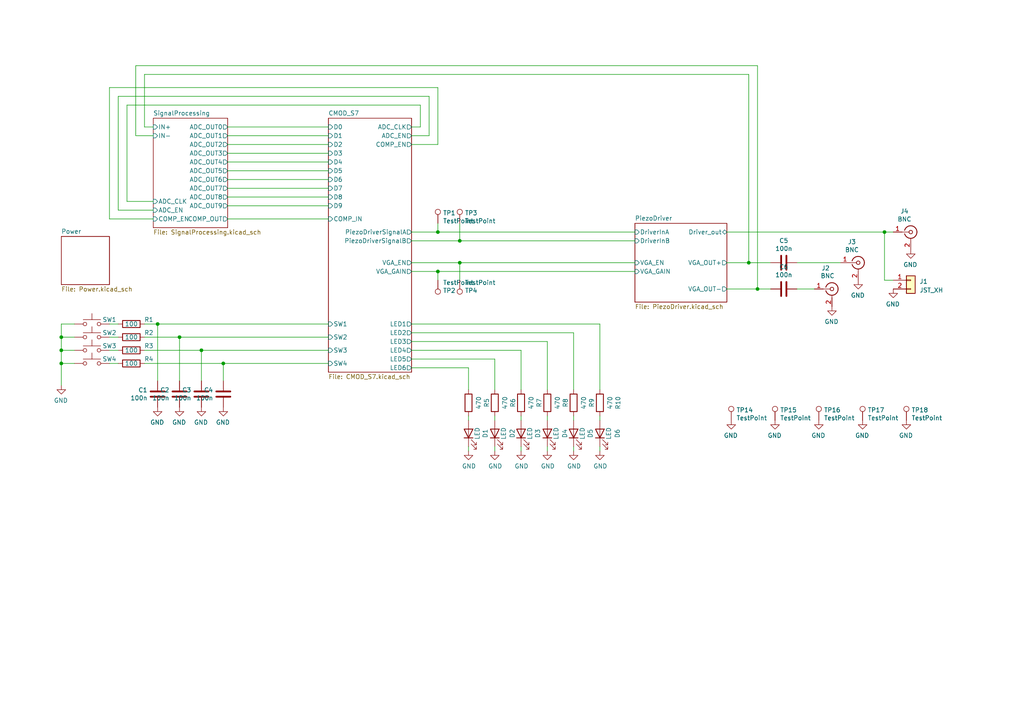
<source format=kicad_sch>
(kicad_sch (version 20211123) (generator eeschema)
  (paper "A4")
  (lib_symbols
    (symbol "Connector:Conn_Coaxial" (pin_names (offset 1.016) hide)
      (property "Reference" "J" (at 0.254 3.048 0))
      (property "Value" "Conn_Coaxial" (at 2.921 0 90))
      (symbol "Conn_Coaxial_0_1"
        (arc (start -1.778 -0.508) (mid 0.2311 -1.8066) (end 1.778 0) (stroke (width 0.254)))
        (polyline (pts (xy -2.54 0) (xy -0.508 0)))
        (polyline (pts (xy 0 -2.54) (xy 0 -1.778)))
        (circle (center 0 0) (radius 0.508) (stroke (width 0.2032)))
        (arc (start 1.778 0) (mid 0.2099 1.8101) (end -1.778 0.508) (stroke (width 0.254)))
      )
      (symbol "Conn_Coaxial_1_1"
        (pin passive line (at -5.08 0 0) (length 2.54) (name "In") (number "1"))
        (pin passive line (at 0 -5.08 90) (length 2.54) (name "Ext") (number "2"))
      )
    )
    (symbol "Connector:TestPoint" (pin_numbers hide) (pin_names (offset 0.762) hide)
      (property "Reference" "TP" (at 0 6.858 0))
      (property "Value" "TestPoint" (at 0 5.08 0))
      (symbol "TestPoint_0_1"
        (circle (center 0 3.302) (radius 0.762))
      )
      (symbol "TestPoint_1_1"
        (pin passive line (at 0 0 90) (length 2.54) (name "1") (number "1"))
      )
    )
    (symbol "Connector_Generic:Conn_01x02" (pin_names (offset 1.016) hide)
      (property "Reference" "J" (at 0 2.54 0))
      (property "Value" "Conn_01x02" (at 0 -5.08 0))
      (symbol "Conn_01x02_1_1"
        (rectangle (start -1.27 -2.413) (end 0 -2.667) (stroke (width 0.1524)))
        (rectangle (start -1.27 0.127) (end 0 -0.127) (stroke (width 0.1524)))
        (rectangle (start -1.27 1.27) (end 1.27 -3.81) (stroke (width 0.254)) (fill (type background)))
        (pin passive line (at -5.08 0 0) (length 3.81) (name "Pin_1") (number "1"))
        (pin passive line (at -5.08 -2.54 0) (length 3.81) (name "Pin_2") (number "2"))
      )
    )
    (symbol "Device:C" (pin_numbers hide) (pin_names (offset 0.254))
      (property "Reference" "C" (at 0.635 2.54 0))
      (property "Value" "C" (at 0.635 -2.54 0))
      (symbol "C_0_1"
        (polyline (pts (xy -2.032 -0.762) (xy 2.032 -0.762)) (stroke (width 0.508)))
        (polyline (pts (xy -2.032 0.762) (xy 2.032 0.762)) (stroke (width 0.508)))
      )
      (symbol "C_1_1"
        (pin passive line (at 0 3.81 270) (length 2.794) (name "~") (number "1"))
        (pin passive line (at 0 -3.81 90) (length 2.794) (name "~") (number "2"))
      )
    )
    (symbol "Device:LED" (pin_numbers hide) (pin_names (offset 1.016) hide)
      (property "Reference" "D" (at 0 2.54 0))
      (property "Value" "LED" (at 0 -2.54 0))
      (symbol "LED_0_1"
        (polyline (pts (xy -1.27 -1.27) (xy -1.27 1.27)) (stroke (width 0.254)))
        (polyline (pts (xy -1.27 0) (xy 1.27 0)))
        (polyline (pts (xy 1.27 -1.27) (xy 1.27 1.27) (xy -1.27 0) (xy 1.27 -1.27)) (stroke (width 0.254)))
        (polyline (pts (xy -3.048 -0.762) (xy -4.572 -2.286) (xy -3.81 -2.286) (xy -4.572 -2.286) (xy -4.572 -1.524)))
        (polyline (pts (xy -1.778 -0.762) (xy -3.302 -2.286) (xy -2.54 -2.286) (xy -3.302 -2.286) (xy -3.302 -1.524)))
      )
      (symbol "LED_1_1"
        (pin passive line (at -3.81 0 0) (length 2.54) (name "K") (number "1"))
        (pin passive line (at 3.81 0 180) (length 2.54) (name "A") (number "2"))
      )
    )
    (symbol "Device:R" (pin_numbers hide) (pin_names (offset 0))
      (property "Reference" "R" (at 2.032 0 90))
      (property "Value" "R" (at 0 0 90))
      (symbol "R_0_1"
        (rectangle (start -1.016 -2.54) (end 1.016 2.54) (stroke (width 0.254)))
      )
      (symbol "R_1_1"
        (pin passive line (at 0 3.81 270) (length 1.27) (name "~") (number "1"))
        (pin passive line (at 0 -3.81 90) (length 1.27) (name "~") (number "2"))
      )
    )
    (symbol "Switch:SW_Push" (pin_numbers hide) (pin_names (offset 1.016) hide)
      (property "Reference" "SW" (at 1.27 2.54 0))
      (property "Value" "SW_Push" (at 0 -1.524 0))
      (symbol "SW_Push_0_1"
        (circle (center -2.032 0) (radius 0.508))
        (polyline (pts (xy 0 1.27) (xy 0 3.048)))
        (polyline (pts (xy 2.54 1.27) (xy -2.54 1.27)))
        (circle (center 2.032 0) (radius 0.508))
        (pin passive line (at -5.08 0 0) (length 2.54) (name "1") (number "1"))
        (pin passive line (at 5.08 0 180) (length 2.54) (name "2") (number "2"))
      )
    )
    (symbol "power:GND" (power) (pin_names (offset 0))
      (property "Value" "GND" (at 0 -3.81 0))
      (symbol "GND_0_1"
        (polyline (pts (xy 0 0) (xy 0 -1.27) (xy 1.27 -1.27) (xy 0 -2.54) (xy -1.27 -1.27) (xy 0 -1.27)))
      )
      (symbol "GND_1_1"
        (pin power_in line (at 0 0 270) (length 0) hide (name "GND") (number "1"))
      )
    )
  )
  (junction (at 64.77 105.41))
  (junction (at 133.35 76.2))
  (junction (at 17.78 97.79))
  (junction (at 133.35 69.85))
  (junction (at 17.78 101.6))
  (junction (at 45.72 93.98))
  (junction (at 58.42 101.6))
  (junction (at 52.07 97.79))
  (junction (at 127 78.74))
  (junction (at 256.54 67.31))
  (junction (at 219.71 83.82))
  (junction (at 217.17 76.2))
  (junction (at 127 67.31))
  (junction (at 17.78 105.41))
  (wire (pts (xy 127 41.91) (xy 127 25.4)))
  (wire (pts (xy 231.14 83.82) (xy 236.22 83.82)))
  (wire (pts (xy 135.89 129.54) (xy 135.89 130.81)))
  (wire (pts (xy 21.59 97.79) (xy 17.78 97.79)))
  (wire (pts (xy 143.51 113.03) (xy 143.51 104.14)))
  (wire (pts (xy 17.78 105.41) (xy 17.78 111.76)))
  (wire (pts (xy 31.75 25.4) (xy 31.75 63.5)))
  (wire (pts (xy 39.37 39.37) (xy 44.45 39.37)))
  (wire (pts (xy 127 78.74) (xy 127 81.28)))
  (wire (pts (xy 41.91 21.59) (xy 41.91 36.83)))
  (wire (pts (xy 158.75 120.65) (xy 158.75 121.92)))
  (wire (pts (xy 166.37 120.65) (xy 166.37 121.92)))
  (wire (pts (xy 119.38 67.31) (xy 127 67.31)))
  (wire (pts (xy 66.04 39.37) (xy 95.25 39.37)))
  (wire (pts (xy 52.07 97.79) (xy 95.25 97.79)))
  (wire (pts (xy 133.35 76.2) (xy 184.15 76.2)))
  (wire (pts (xy 119.38 69.85) (xy 133.35 69.85)))
  (wire (pts (xy 121.92 30.48) (xy 36.83 30.48)))
  (wire (pts (xy 58.42 101.6) (xy 58.42 110.49)))
  (wire (pts (xy 58.42 101.6) (xy 95.25 101.6)))
  (wire (pts (xy 173.99 120.65) (xy 173.99 121.92)))
  (wire (pts (xy 166.37 129.54) (xy 166.37 130.81)))
  (wire (pts (xy 133.35 69.85) (xy 133.35 64.77)))
  (wire (pts (xy 119.38 76.2) (xy 133.35 76.2)))
  (wire (pts (xy 45.72 93.98) (xy 95.25 93.98)))
  (wire (pts (xy 210.82 83.82) (xy 219.71 83.82)))
  (wire (pts (xy 143.51 120.65) (xy 143.51 121.92)))
  (wire (pts (xy 36.83 30.48) (xy 36.83 58.42)))
  (wire (pts (xy 41.91 97.79) (xy 52.07 97.79)))
  (wire (pts (xy 217.17 21.59) (xy 217.17 76.2)))
  (wire (pts (xy 66.04 44.45) (xy 95.25 44.45)))
  (wire (pts (xy 219.71 83.82) (xy 223.52 83.82)))
  (wire (pts (xy 36.83 58.42) (xy 44.45 58.42)))
  (wire (pts (xy 66.04 46.99) (xy 95.25 46.99)))
  (wire (pts (xy 64.77 105.41) (xy 95.25 105.41)))
  (wire (pts (xy 256.54 67.31) (xy 256.54 81.28)))
  (wire (pts (xy 45.72 110.49) (xy 45.72 93.98)))
  (wire (pts (xy 66.04 63.5) (xy 95.25 63.5)))
  (wire (pts (xy 31.75 63.5) (xy 44.45 63.5)))
  (wire (pts (xy 66.04 52.07) (xy 95.25 52.07)))
  (wire (pts (xy 133.35 76.2) (xy 133.35 81.28)))
  (wire (pts (xy 17.78 101.6) (xy 17.78 105.41)))
  (wire (pts (xy 127 25.4) (xy 31.75 25.4)))
  (wire (pts (xy 210.82 67.31) (xy 256.54 67.31)))
  (wire (pts (xy 119.38 93.98) (xy 173.99 93.98)))
  (wire (pts (xy 34.29 27.94) (xy 34.29 60.96)))
  (wire (pts (xy 21.59 101.6) (xy 17.78 101.6)))
  (wire (pts (xy 173.99 129.54) (xy 173.99 130.81)))
  (wire (pts (xy 119.38 96.52) (xy 166.37 96.52)))
  (wire (pts (xy 119.38 78.74) (xy 127 78.74)))
  (wire (pts (xy 135.89 113.03) (xy 135.89 106.68)))
  (wire (pts (xy 166.37 96.52) (xy 166.37 113.03)))
  (wire (pts (xy 119.38 41.91) (xy 127 41.91)))
  (wire (pts (xy 158.75 99.06) (xy 158.75 113.03)))
  (wire (pts (xy 151.13 129.54) (xy 151.13 130.81)))
  (wire (pts (xy 66.04 57.15) (xy 95.25 57.15)))
  (wire (pts (xy 41.91 21.59) (xy 217.17 21.59)))
  (wire (pts (xy 64.77 105.41) (xy 64.77 110.49)))
  (wire (pts (xy 39.37 19.05) (xy 219.71 19.05)))
  (wire (pts (xy 52.07 97.79) (xy 52.07 110.49)))
  (wire (pts (xy 127 67.31) (xy 184.15 67.31)))
  (wire (pts (xy 41.91 93.98) (xy 45.72 93.98)))
  (wire (pts (xy 210.82 76.2) (xy 217.17 76.2)))
  (wire (pts (xy 119.38 101.6) (xy 151.13 101.6)))
  (wire (pts (xy 127 78.74) (xy 184.15 78.74)))
  (wire (pts (xy 41.91 101.6) (xy 58.42 101.6)))
  (wire (pts (xy 135.89 120.65) (xy 135.89 121.92)))
  (wire (pts (xy 231.14 76.2) (xy 243.84 76.2)))
  (wire (pts (xy 133.35 69.85) (xy 184.15 69.85)))
  (wire (pts (xy 41.91 36.83) (xy 44.45 36.83)))
  (wire (pts (xy 34.29 105.41) (xy 31.75 105.41)))
  (wire (pts (xy 34.29 93.98) (xy 31.75 93.98)))
  (wire (pts (xy 119.38 104.14) (xy 143.51 104.14)))
  (wire (pts (xy 158.75 129.54) (xy 158.75 130.81)))
  (wire (pts (xy 66.04 54.61) (xy 95.25 54.61)))
  (wire (pts (xy 173.99 93.98) (xy 173.99 113.03)))
  (wire (pts (xy 17.78 93.98) (xy 17.78 97.79)))
  (wire (pts (xy 41.91 105.41) (xy 64.77 105.41)))
  (wire (pts (xy 259.08 81.28) (xy 256.54 81.28)))
  (wire (pts (xy 219.71 83.82) (xy 219.71 19.05)))
  (wire (pts (xy 17.78 97.79) (xy 17.78 101.6)))
  (wire (pts (xy 127 67.31) (xy 127 64.77)))
  (wire (pts (xy 119.38 36.83) (xy 121.92 36.83)))
  (wire (pts (xy 66.04 59.69) (xy 95.25 59.69)))
  (wire (pts (xy 217.17 76.2) (xy 223.52 76.2)))
  (wire (pts (xy 21.59 93.98) (xy 17.78 93.98)))
  (wire (pts (xy 121.92 36.83) (xy 121.92 30.48)))
  (wire (pts (xy 34.29 101.6) (xy 31.75 101.6)))
  (wire (pts (xy 124.46 39.37) (xy 124.46 27.94)))
  (wire (pts (xy 34.29 97.79) (xy 31.75 97.79)))
  (wire (pts (xy 119.38 39.37) (xy 124.46 39.37)))
  (wire (pts (xy 256.54 67.31) (xy 259.08 67.31)))
  (wire (pts (xy 143.51 129.54) (xy 143.51 130.81)))
  (wire (pts (xy 39.37 19.05) (xy 39.37 39.37)))
  (wire (pts (xy 151.13 120.65) (xy 151.13 121.92)))
  (wire (pts (xy 119.38 99.06) (xy 158.75 99.06)))
  (wire (pts (xy 66.04 36.83) (xy 95.25 36.83)))
  (wire (pts (xy 34.29 60.96) (xy 44.45 60.96)))
  (wire (pts (xy 66.04 41.91) (xy 95.25 41.91)))
  (wire (pts (xy 66.04 49.53) (xy 95.25 49.53)))
  (wire (pts (xy 21.59 105.41) (xy 17.78 105.41)))
  (wire (pts (xy 151.13 101.6) (xy 151.13 113.03)))
  (wire (pts (xy 119.38 106.68) (xy 135.89 106.68)))
  (wire (pts (xy 124.46 27.94) (xy 34.29 27.94)))
  (symbol (lib_id "Connector:TestPoint") (at 127 64.77 0) (unit 1)
    (property "Reference" "TP1" (at 128.4732 61.7728 0) (effects (justify left)))
    (property "Value" "TestPoint" (at 128.4732 64.0842 0) (effects (justify left)))
    (property "Footprint" "TestPoint:TestPoint_Loop_D1.80mm_Drill1.0mm_Beaded" (effects hide))
  )
  (symbol (lib_id "power:GND") (at 264.16 72.39 0) (mirror y) (unit 1)
    (property "Reference" "#PWR015" (effects hide))
    (property "Value" "GND" (at 264.033 76.7842 0))
  )
  (symbol (lib_id "power:GND") (at 45.72 118.11 0) (mirror y) (unit 1)
    (property "Reference" "#PWR02" (effects hide))
    (property "Value" "GND" (at 45.593 122.5042 0))
  )
  (symbol (lib_id "power:GND") (at 166.37 130.81 0) (unit 1)
    (property "Reference" "#PWR011" (effects hide))
    (property "Value" "GND" (at 166.497 135.2042 0))
  )
  (symbol (lib_id "Connector:TestPoint") (at 262.89 121.92 0) (unit 1)
    (property "Reference" "TP18" (at 264.3632 118.9228 0) (effects (justify left)))
    (property "Value" "TestPoint" (at 264.3632 121.2342 0) (effects (justify left)))
    (property "Footprint" "TestPoint:TestPoint_Loop_D1.80mm_Drill1.0mm_Beaded" (effects hide))
  )
  (symbol (lib_id "Device:R") (at 38.1 93.98 90) (mirror x) (unit 1)
    (property "Reference" "R1" (at 43.18 92.71 90))
    (property "Value" "100" (at 38.1 93.98 90))
    (property "Footprint" "Resistor_SMD:R_0603_1608Metric_Pad0.98x0.95mm_HandSolder" (effects hide))
  )
  (symbol (lib_id "Connector:TestPoint") (at 127 81.28 0) (mirror x) (unit 1)
    (property "Reference" "TP2" (at 128.4732 84.2772 0) (effects (justify left)))
    (property "Value" "TestPoint" (at 128.4732 81.9658 0) (effects (justify left)))
    (property "Footprint" "TestPoint:TestPoint_Loop_D1.80mm_Drill1.0mm_Beaded" (effects hide))
  )
  (symbol (lib_id "Device:C") (at 45.72 114.3 0) (mirror y) (unit 1)
    (property "Reference" "C1" (at 42.799 113.1316 0) (effects (justify left)))
    (property "Value" "100n" (at 42.799 115.443 0) (effects (justify left)))
    (property "Footprint" "Capacitor_SMD:C_0603_1608Metric_Pad1.08x0.95mm_HandSolder" (effects hide))
  )
  (symbol (lib_id "Device:R") (at 38.1 101.6 90) (mirror x) (unit 1)
    (property "Reference" "R3" (at 43.18 100.33 90))
    (property "Value" "100" (at 38.1 101.6 90))
    (property "Footprint" "Resistor_SMD:R_0603_1608Metric_Pad0.98x0.95mm_HandSolder" (effects hide))
  )
  (symbol (lib_id "power:GND") (at 64.77 118.11 0) (mirror y) (unit 1)
    (property "Reference" "#PWR06" (effects hide))
    (property "Value" "GND" (at 64.643 122.5042 0))
  )
  (symbol (lib_id "Device:C") (at 52.07 114.3 0) (mirror y) (unit 1)
    (property "Reference" "C2" (at 49.149 113.1316 0) (effects (justify left)))
    (property "Value" "100n" (at 49.149 115.443 0) (effects (justify left)))
    (property "Footprint" "Capacitor_SMD:C_0603_1608Metric_Pad1.08x0.95mm_HandSolder" (effects hide))
  )
  (symbol (lib_id "Connector:TestPoint") (at 224.79 121.92 0) (unit 1)
    (property "Reference" "TP15" (at 226.2632 118.9228 0) (effects (justify left)))
    (property "Value" "TestPoint" (at 226.2632 121.2342 0) (effects (justify left)))
    (property "Footprint" "TestPoint:TestPoint_Loop_D1.80mm_Drill1.0mm_Beaded" (effects hide))
  )
  (symbol (lib_id "Device:C") (at 64.77 114.3 0) (mirror y) (unit 1)
    (property "Reference" "C4" (at 61.849 113.1316 0) (effects (justify left)))
    (property "Value" "100n" (at 61.849 115.443 0) (effects (justify left)))
    (property "Footprint" "Capacitor_SMD:C_0603_1608Metric_Pad1.08x0.95mm_HandSolder" (effects hide))
  )
  (symbol (lib_id "power:GND") (at 58.42 118.11 0) (mirror y) (unit 1)
    (property "Reference" "#PWR05" (effects hide))
    (property "Value" "GND" (at 58.293 122.5042 0))
  )
  (symbol (lib_id "power:GND") (at 248.92 81.28 0) (mirror y) (unit 1)
    (property "Reference" "#PWR014" (effects hide))
    (property "Value" "GND" (at 248.793 85.6742 0))
  )
  (symbol (lib_id "Device:R") (at 38.1 97.79 90) (mirror x) (unit 1)
    (property "Reference" "R2" (at 43.18 96.52 90))
    (property "Value" "100" (at 38.1 97.79 90))
    (property "Footprint" "Resistor_SMD:R_0603_1608Metric_Pad0.98x0.95mm_HandSolder" (effects hide))
  )
  (symbol (lib_id "power:GND") (at 262.89 121.92 0) (mirror y) (unit 1)
    (property "Reference" "#PWR035" (effects hide))
    (property "Value" "GND" (at 262.763 126.3142 0))
  )
  (symbol (lib_id "Device:R") (at 151.13 116.84 180) (unit 1)
    (property "Reference" "R7" (at 156.3878 116.84 90))
    (property "Value" "470" (at 154.0764 116.84 90))
    (property "Footprint" "Resistor_SMD:R_0603_1608Metric_Pad0.98x0.95mm_HandSolder" (effects hide))
  )
  (symbol (lib_id "power:GND") (at 250.19 121.92 0) (mirror y) (unit 1)
    (property "Reference" "#PWR034" (effects hide))
    (property "Value" "GND" (at 250.063 126.3142 0))
  )
  (symbol (lib_id "power:GND") (at 151.13 130.81 0) (unit 1)
    (property "Reference" "#PWR09" (effects hide))
    (property "Value" "GND" (at 151.257 135.2042 0))
  )
  (symbol (lib_id "Device:R") (at 158.75 116.84 180) (unit 1)
    (property "Reference" "R8" (at 164.0078 116.84 90))
    (property "Value" "470" (at 161.6964 116.84 90))
    (property "Footprint" "Resistor_SMD:R_0603_1608Metric_Pad0.98x0.95mm_HandSolder" (effects hide))
  )
  (symbol (lib_id "Connector:TestPoint") (at 250.19 121.92 0) (unit 1)
    (property "Reference" "TP17" (at 251.6632 118.9228 0) (effects (justify left)))
    (property "Value" "TestPoint" (at 251.6632 121.2342 0) (effects (justify left)))
    (property "Footprint" "TestPoint:TestPoint_Loop_D1.80mm_Drill1.0mm_Beaded" (effects hide))
  )
  (symbol (lib_id "Device:LED") (at 166.37 125.73 90) (unit 1)
    (property "Reference" "D5" (at 171.2214 125.73 0))
    (property "Value" "LED" (at 168.91 125.73 0))
    (property "Footprint" "LED_SMD:LED_0805_2012Metric_Pad1.15x1.40mm_HandSolder" (effects hide))
  )
  (symbol (lib_id "Device:LED") (at 158.75 125.73 90) (unit 1)
    (property "Reference" "D4" (at 163.83 125.73 0))
    (property "Value" "LED" (at 161.29 125.73 0))
    (property "Footprint" "LED_SMD:LED_0805_2012Metric_Pad1.15x1.40mm_HandSolder" (effects hide))
  )
  (symbol (lib_id "power:GND") (at 259.08 83.82 0) (mirror y) (unit 1)
    (property "Reference" "#PWR04" (effects hide))
    (property "Value" "GND" (at 258.953 88.2142 0))
  )
  (symbol (lib_id "Connector:TestPoint") (at 237.49 121.92 0) (unit 1)
    (property "Reference" "TP16" (at 238.9632 118.9228 0) (effects (justify left)))
    (property "Value" "TestPoint" (at 238.9632 121.2342 0) (effects (justify left)))
    (property "Footprint" "TestPoint:TestPoint_Loop_D1.80mm_Drill1.0mm_Beaded" (effects hide))
  )
  (symbol (lib_id "Device:C") (at 227.33 76.2 270) (unit 1)
    (property "Reference" "C5" (at 227.33 69.7992 90))
    (property "Value" "100n" (at 227.33 72.1106 90))
    (property "Footprint" "Capacitor_SMD:C_0603_1608Metric_Pad1.08x0.95mm_HandSolder" (effects hide))
  )
  (symbol (lib_id "power:GND") (at 135.89 130.81 0) (unit 1)
    (property "Reference" "#PWR07" (effects hide))
    (property "Value" "GND" (at 136.017 135.2042 0))
  )
  (symbol (lib_id "power:GND") (at 52.07 118.11 0) (mirror y) (unit 1)
    (property "Reference" "#PWR03" (effects hide))
    (property "Value" "GND" (at 51.943 122.5042 0))
  )
  (symbol (lib_id "Device:R") (at 173.99 116.84 180) (unit 1)
    (property "Reference" "R10" (at 179.2478 116.84 90))
    (property "Value" "470" (at 176.9364 116.84 90))
    (property "Footprint" "Resistor_SMD:R_0603_1608Metric_Pad0.98x0.95mm_HandSolder" (effects hide))
  )
  (symbol (lib_id "Connector:Conn_Coaxial") (at 241.3 83.82 0) (unit 1)
    (property "Reference" "J2" (at 239.4712 77.7748 0))
    (property "Value" "BNC" (at 240.03 80.01 0))
    (property "Footprint" "Connector_Coaxial:BNC_Amphenol_B6252HB-NPP3G-50_Horizontal" (effects hide))
    (property "Datasheet" " ~" (effects hide))
  )
  (symbol (lib_id "Connector_Generic:Conn_01x02") (at 264.16 81.28 0) (unit 1)
    (property "Reference" "J1" (at 266.7 81.6355 0) (effects (justify left)))
    (property "Value" "JST_XH" (at 266.7 84.1755 0) (effects (justify left)))
    (property "Footprint" "Connector_JST:JST_XH_B2B-XH-A_1x02_P2.50mm_Vertical" (effects hide))
  )
  (symbol (lib_id "Device:C") (at 227.33 83.82 270) (unit 1)
    (property "Reference" "C6" (at 227.33 77.4192 90))
    (property "Value" "100n" (at 227.33 79.7306 90))
    (property "Footprint" "Capacitor_SMD:C_0603_1608Metric_Pad1.08x0.95mm_HandSolder" (effects hide))
  )
  (symbol (lib_id "Switch:SW_Push") (at 26.67 97.79 0) (mirror y) (unit 1)
    (property "Reference" "SW2" (at 31.75 96.52 0))
    (property "Value" "SW_Push" (effects hide))
    (property "Footprint" "Button_Switch_SMD:SW_Push_1P1T_NO_6x6mm_H9.5mm" (effects hide))
  )
  (symbol (lib_id "Connector:TestPoint") (at 133.35 81.28 0) (mirror x) (unit 1)
    (property "Reference" "TP4" (at 134.8232 84.2772 0) (effects (justify left)))
    (property "Value" "TestPoint" (at 134.8232 81.9658 0) (effects (justify left)))
    (property "Footprint" "TestPoint:TestPoint_Loop_D1.80mm_Drill1.0mm_Beaded" (effects hide))
  )
  (symbol (lib_id "Switch:SW_Push") (at 26.67 93.98 0) (mirror y) (unit 1)
    (property "Reference" "SW1" (at 31.75 92.71 0))
    (property "Value" "SW_Push" (effects hide))
    (property "Footprint" "Button_Switch_SMD:SW_Push_1P1T_NO_6x6mm_H9.5mm" (effects hide))
  )
  (symbol (lib_id "Device:LED") (at 173.99 125.73 90) (unit 1)
    (property "Reference" "D6" (at 179.07 125.73 0))
    (property "Value" "LED" (at 176.53 125.73 0))
    (property "Footprint" "LED_SMD:LED_0805_2012Metric_Pad1.15x1.40mm_HandSolder" (effects hide))
  )
  (symbol (lib_id "Switch:SW_Push") (at 26.67 105.41 0) (mirror y) (unit 1)
    (property "Reference" "SW4" (at 31.75 104.14 0))
    (property "Value" "SW_Push" (effects hide))
    (property "Footprint" "Button_Switch_SMD:SW_Push_1P1T_NO_6x6mm_H9.5mm" (effects hide))
  )
  (symbol (lib_id "Device:R") (at 143.51 116.84 180) (unit 1)
    (property "Reference" "R6" (at 148.7678 116.84 90))
    (property "Value" "470" (at 146.4564 116.84 90))
    (property "Footprint" "Resistor_SMD:R_0603_1608Metric_Pad0.98x0.95mm_HandSolder" (effects hide))
  )
  (symbol (lib_id "power:GND") (at 224.79 121.92 0) (mirror y) (unit 1)
    (property "Reference" "#PWR0117" (effects hide))
    (property "Value" "GND" (at 224.663 126.3142 0))
  )
  (symbol (lib_id "power:GND") (at 158.75 130.81 0) (unit 1)
    (property "Reference" "#PWR010" (effects hide))
    (property "Value" "GND" (at 158.877 135.2042 0))
  )
  (symbol (lib_id "power:GND") (at 173.99 130.81 0) (unit 1)
    (property "Reference" "#PWR012" (effects hide))
    (property "Value" "GND" (at 174.117 135.2042 0))
  )
  (symbol (lib_id "power:GND") (at 237.49 121.92 0) (mirror y) (unit 1)
    (property "Reference" "#PWR033" (effects hide))
    (property "Value" "GND" (at 237.363 126.3142 0))
  )
  (symbol (lib_id "Device:C") (at 58.42 114.3 0) (mirror y) (unit 1)
    (property "Reference" "C3" (at 55.499 113.1316 0) (effects (justify left)))
    (property "Value" "100n" (at 55.499 115.443 0) (effects (justify left)))
    (property "Footprint" "Capacitor_SMD:C_0603_1608Metric_Pad1.08x0.95mm_HandSolder" (effects hide))
  )
  (symbol (lib_id "power:GND") (at 212.09 121.92 0) (mirror y) (unit 1)
    (property "Reference" "#PWR0116" (effects hide))
    (property "Value" "GND" (at 211.963 126.3142 0))
  )
  (symbol (lib_id "Device:R") (at 135.89 116.84 180) (unit 1)
    (property "Reference" "R5" (at 141.1478 116.84 90))
    (property "Value" "470" (at 138.8364 116.84 90))
    (property "Footprint" "Resistor_SMD:R_0603_1608Metric_Pad0.98x0.95mm_HandSolder" (effects hide))
  )
  (symbol (lib_id "power:GND") (at 241.3 88.9 0) (mirror y) (unit 1)
    (property "Reference" "#PWR013" (effects hide))
    (property "Value" "GND" (at 241.173 93.2942 0))
  )
  (symbol (lib_id "Connector:Conn_Coaxial") (at 264.16 67.31 0) (unit 1)
    (property "Reference" "J4" (at 262.3312 61.2648 0))
    (property "Value" "BNC" (at 262.3312 63.5762 0))
    (property "Footprint" "Connector_Coaxial:BNC_Amphenol_B6252HB-NPP3G-50_Horizontal" (effects hide))
    (property "Datasheet" " ~" (effects hide))
  )
  (symbol (lib_id "Device:LED") (at 151.13 125.73 90) (unit 1)
    (property "Reference" "D3" (at 155.9814 125.73 0))
    (property "Value" "LED" (at 153.67 125.73 0))
    (property "Footprint" "LED_SMD:LED_0805_2012Metric_Pad1.15x1.40mm_HandSolder" (effects hide))
  )
  (symbol (lib_id "Connector:TestPoint") (at 212.09 121.92 0) (unit 1)
    (property "Reference" "TP14" (at 213.5632 118.9228 0) (effects (justify left)))
    (property "Value" "TestPoint" (at 213.5632 121.2342 0) (effects (justify left)))
    (property "Footprint" "TestPoint:TestPoint_Loop_D1.80mm_Drill1.0mm_Beaded" (effects hide))
  )
  (symbol (lib_id "Connector:TestPoint") (at 133.35 64.77 0) (unit 1)
    (property "Reference" "TP3" (at 134.8232 61.7728 0) (effects (justify left)))
    (property "Value" "TestPoint" (at 134.8232 64.0842 0) (effects (justify left)))
    (property "Footprint" "TestPoint:TestPoint_Loop_D1.80mm_Drill1.0mm_Beaded" (effects hide))
  )
  (symbol (lib_id "Connector:Conn_Coaxial") (at 248.92 76.2 0) (unit 1)
    (property "Reference" "J3" (at 247.0912 70.1548 0))
    (property "Value" "BNC" (at 247.0912 72.4662 0))
    (property "Footprint" "Connector_Coaxial:BNC_Amphenol_B6252HB-NPP3G-50_Horizontal" (effects hide))
    (property "Datasheet" " ~" (effects hide))
  )
  (symbol (lib_id "Device:LED") (at 143.51 125.73 90) (unit 1)
    (property "Reference" "D2" (at 148.59 125.73 0))
    (property "Value" "LED" (at 146.05 125.73 0))
    (property "Footprint" "LED_SMD:LED_0805_2012Metric_Pad1.15x1.40mm_HandSolder" (effects hide))
  )
  (symbol (lib_id "power:GND") (at 17.78 111.76 0) (mirror y) (unit 1)
    (property "Reference" "#PWR01" (effects hide))
    (property "Value" "GND" (at 17.653 116.1542 0))
  )
  (symbol (lib_id "Device:R") (at 166.37 116.84 180) (unit 1)
    (property "Reference" "R9" (at 171.6278 116.84 90))
    (property "Value" "470" (at 169.3164 116.84 90))
    (property "Footprint" "Resistor_SMD:R_0603_1608Metric_Pad0.98x0.95mm_HandSolder" (effects hide))
  )
  (symbol (lib_id "Device:R") (at 38.1 105.41 90) (mirror x) (unit 1)
    (property "Reference" "R4" (at 43.18 104.14 90))
    (property "Value" "100" (at 38.1 105.41 90))
    (property "Footprint" "Resistor_SMD:R_0603_1608Metric_Pad0.98x0.95mm_HandSolder" (effects hide))
  )
  (symbol (lib_id "power:GND") (at 143.51 130.81 0) (unit 1)
    (property "Reference" "#PWR08" (effects hide))
    (property "Value" "GND" (at 143.637 135.2042 0))
  )
  (symbol (lib_id "Switch:SW_Push") (at 26.67 101.6 0) (mirror y) (unit 1)
    (property "Reference" "SW3" (at 31.75 100.33 0))
    (property "Value" "SW_Push" (effects hide))
    (property "Footprint" "Button_Switch_SMD:SW_Push_1P1T_NO_6x6mm_H9.5mm" (effects hide))
  )
  (symbol (lib_id "Device:LED") (at 135.89 125.73 90) (unit 1)
    (property "Reference" "D1" (at 140.7414 125.73 0))
    (property "Value" "LED" (at 138.43 125.73 0))
    (property "Footprint" "LED_SMD:LED_0805_2012Metric_Pad1.15x1.40mm_HandSolder" (effects hide))
  )
  (sheet (at 17.78 68.58) (size 13.97 13.97) (stroke (width 0.1524))
    (property "Sheet name" "Power" (at 17.78 67.8684 0) (effects (justify left bottom)))
    (property "Sheet file" "Power.kicad_sch" (at 17.78 83.1346 0) (effects (justify left top)))
  )
  (sheet (at 44.45 34.29) (size 21.59 31.75) (stroke (width 0.1524))
    (property "Sheet name" "SignalProcessing" (at 44.45 33.5784 0) (effects (justify left bottom)))
    (property "Sheet file" "SignalProcessing.kicad_sch" (at 44.45 66.6246 0) (effects (justify left top)))
    (pin "COMP_OUT" output (at 66.04 63.5 0))
    (pin "ADC_OUT9" output (at 66.04 59.69 0))
    (pin "ADC_OUT8" output (at 66.04 57.15 0))
    (pin "ADC_OUT4" output (at 66.04 46.99 0))
    (pin "ADC_OUT7" output (at 66.04 54.61 0))
    (pin "ADC_OUT6" output (at 66.04 52.07 0))
    (pin "ADC_OUT5" output (at 66.04 49.53 0))
    (pin "ADC_OUT0" output (at 66.04 36.83 0))
    (pin "ADC_OUT1" output (at 66.04 39.37 0))
    (pin "ADC_OUT3" output (at 66.04 44.45 0))
    (pin "ADC_OUT2" output (at 66.04 41.91 0))
    (pin "IN+" input (at 44.45 36.83 180))
    (pin "ADC_EN" input (at 44.45 60.96 180))
    (pin "ADC_CLK" input (at 44.45 58.42 180))
    (pin "IN-" input (at 44.45 39.37 180))
    (pin "COMP_EN" input (at 44.45 63.5 180))
  )
  (sheet (at 95.25 34.29) (size 24.13 73.66)
    (property "Sheet name" "CMOD_S7" (at 95.25 33.5784 0) (effects (justify left bottom)))
    (property "Sheet file" "CMOD_S7.kicad_sch" (at 95.25 108.5346 0) (effects (justify left top)))
    (pin "PiezoDriverSignalA" output (at 119.38 67.31 0))
    (pin "PiezoDriverSignalB" output (at 119.38 69.85 0))
    (pin "SW1" input (at 95.25 93.98 180))
    (pin "SW2" input (at 95.25 97.79 180))
    (pin "LED1" output (at 119.38 93.98 0))
    (pin "LED2" output (at 119.38 96.52 0))
    (pin "SW3" input (at 95.25 101.6 180))
    (pin "SW4" input (at 95.25 105.41 180))
    (pin "LED3" output (at 119.38 99.06 0))
    (pin "LED4" output (at 119.38 101.6 0))
    (pin "VGA_GAIN" output (at 119.38 78.74 0))
    (pin "VGA_EN" output (at 119.38 76.2 0))
    (pin "ADC_CLK" output (at 119.38 36.83 0))
    (pin "ADC_EN" output (at 119.38 39.37 0))
    (pin "D4" input (at 95.25 46.99 180))
    (pin "D8" input (at 95.25 57.15 180))
    (pin "D7" input (at 95.25 54.61 180))
    (pin "D9" input (at 95.25 59.69 180))
    (pin "D5" input (at 95.25 49.53 180))
    (pin "D6" input (at 95.25 52.07 180))
    (pin "D0" input (at 95.25 36.83 180))
    (pin "D2" input (at 95.25 41.91 180))
    (pin "D3" input (at 95.25 44.45 180))
    (pin "D1" input (at 95.25 39.37 180))
    (pin "COMP_IN" input (at 95.25 63.5 180))
    (pin "LED5" output (at 119.38 104.14 0))
    (pin "LED6" output (at 119.38 106.68 0))
    (pin "COMP_EN" output (at 119.38 41.91 0))
  )
  (sheet (at 184.15 64.77) (size 26.67 22.86) (stroke (width 0.1524))
    (property "Sheet name" "PiezoDriver" (at 184.15 64.0584 0) (effects (justify left bottom)))
    (property "Sheet file" "PiezoDriver.kicad_sch" (at 184.15 88.2146 0) (effects (justify left top)))
    (pin "Driver_out" bidirectional (at 210.82 67.31 0))
    (pin "DriverInA" input (at 184.15 67.31 180))
    (pin "DriverInB" input (at 184.15 69.85 180))
    (pin "VGA_GAIN" input (at 184.15 78.74 180))
    (pin "VGA_EN" input (at 184.15 76.2 180))
    (pin "VGA_OUT+" output (at 210.82 76.2 0))
    (pin "VGA_OUT-" output (at 210.82 83.82 0))
  )
)
</source>
